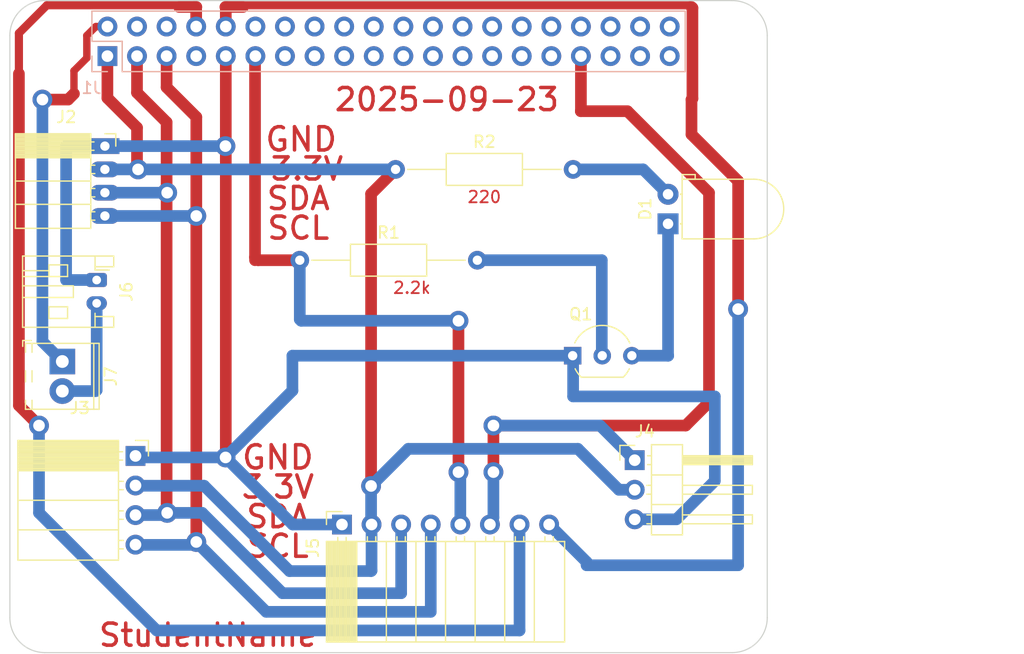
<source format=kicad_pcb>
(kicad_pcb (version 20240108) (generator "pcbnew") (generator_version "8.0")
  (title_block (date "2023-11-08"))
  (layers (0 "F.Cu" signal) (31 "B.Cu" signal) (34 "B.Paste" user) (35 "F.Paste" user) (36 "B.SilkS" user "B.Silkscreen") (37 "F.SilkS" user "F.Silkscreen") (38 "B.Mask" user) (39 "F.Mask" user) (44 "Edge.Cuts" user))
  (net 0 "")
  (net 1 "GND")
  (net 2 "/GPIO2{slash}SDA1")
  (net 3 "/GPIO3{slash}SCL1")
  (net 4 "/GPIO4{slash}GPCLK0")
  (net 5 "/GPIO14{slash}TXD0")
  (net 6 "/GPIO15{slash}RXD0")
  (net 7 "/GPIO17")
  (net 8 "/GPIO18{slash}PCM.CLK")
  (net 9 "/GPIO27")
  (net 10 "/GPIO22")
  (net 11 "/GPIO23")
  (net 12 "/GPIO24")
  (net 13 "/GPIO10{slash}SPI0.MOSI")
  (net 14 "/GPIO9{slash}SPI0.MISO")
  (net 15 "/GPIO25")
  (net 16 "/GPIO11{slash}SPI0.SCLK")
  (net 17 "/GPIO8{slash}SPI0.CE0")
  (net 18 "/GPIO7{slash}SPI0.CE1")
  (net 19 "/ID_SDA")
  (net 20 "/ID_SCL")
  (net 21 "/GPIO5")
  (net 22 "/GPIO6")
  (net 23 "/GPIO12{slash}PWM0")
  (net 24 "/GPIO13{slash}PWM1")
  (net 25 "/GPIO19{slash}PCM.FS")
  (net 26 "/GPIO16")
  (net 27 "/GPIO26")
  (net 28 "/GPIO20{slash}PCM.DIN")
  (net 29 "/GPIO21{slash}PCM.DOUT")
  (net 30 "+5V")
  (net 31 "+3V3")
  (net 32 "Net-(D1-K)")
  (net 33 "Net-(D1-A)")
  (net 34 "Net-(Q1-B)")
  (net 35 "/GND34")
  (net 36 "/GND30")
  (net 37 "/GND20")
  (net 38 "/GND14")
  (net 39 "/GND39")
  (net 40 "/GND25")
  (net 41 "/3.3V17")
  (net 42 "/GND6")
  (net 43 "/5V4")
  (net 44 "/NormallyOpen")
  (footprint "MountingHole:MountingHole_2.7mm_M2.5" (layer "F.Cu") (at 161.5 47.5)
    (property "Reference" "MH2" (hide yes))
    (property "Value" "MountingHole_2.7mm_M2.5" (hide yes))
    (pad "" np_thru_hole circle (at 0 0) (size 2.7 2.7) (drill 2.7) (layers "*.Cu" "*.Mask"))
  )
  (footprint "LED_THT:LED_D5.0mm_Horizontal_O1.27mm_Z3.0mm" (layer "F.Cu") (at 156.485 63.175 90)
    (property "Reference" "D1" (at 1.27 -1.96 90) (layer "F.SilkS"))
    (property "Value" "LED")
    (fp_line (start 2.54 1.08) (end 2.54 1.08) (stroke (width 0.12)) (layer "F.SilkS"))
    (fp_line (start 2.54 1.08) (end 2.54 1.21) (stroke (width 0.12)) (layer "F.SilkS"))
    (fp_line (start 0 1.08) (end 0 1.08) (stroke (width 0.12)) (layer "F.SilkS"))
    (fp_line (start 0 1.08) (end 0 1.21) (stroke (width 0.12)) (layer "F.SilkS"))
    (fp_line (start 4.23 1.21) (end 4.23 2.33) (stroke (width 0.12)) (layer "F.SilkS"))
    (fp_line (start 3.83 1.21) (end 4.23 1.21) (stroke (width 0.12)) (layer "F.SilkS"))
    (fp_line (start 3.83 1.21) (end 3.83 7.37) (stroke (width 0.12)) (layer "F.SilkS"))
    (fp_line (start 2.54 1.21) (end 2.54 1.08) (stroke (width 0.12)) (layer "F.SilkS"))
    (fp_line (start 2.54 1.21) (end 2.54 1.21) (stroke (width 0.12)) (layer "F.SilkS"))
    (fp_line (start 0 1.21) (end 0 1.08) (stroke (width 0.12)) (layer "F.SilkS"))
    (fp_line (start 0 1.21) (end 0 1.21) (stroke (width 0.12)) (layer "F.SilkS"))
    (fp_line (start -1.29 1.21) (end 3.83 1.21) (stroke (width 0.12)) (layer "F.SilkS"))
    (fp_line (start -1.29 1.21) (end -1.29 7.37) (stroke (width 0.12)) (layer "F.SilkS"))
    (fp_line (start 4.23 2.33) (end 3.83 2.33) (stroke (width 0.12)) (layer "F.SilkS"))
    (fp_line (start 3.83 2.33) (end 3.83 1.21) (stroke (width 0.12)) (layer "F.SilkS"))
    (fp_arc (start 3.83 7.37) (mid 1.27 9.93) (end -1.29 7.37) (stroke (width 0.12)) (layer "F.SilkS"))
    (pad "1" thru_hole rect (at 0 0 90) (size 1.8 1.8) (drill 0.9) (layers "*.Cu" "*.Mask") (net 32 "Net-(D1-K)"))
    (pad "2" thru_hole circle (at 2.54 0 90) (size 1.8 1.8) (drill 0.9) (layers "*.Cu" "*.Mask") (net 33 "Net-(D1-A)"))
  )
  (footprint "TerminalBlock_Phoenix:TerminalBlock_Phoenix_MPT-0,5-2-2.54_1x02_P2.54mm_Horizontal" (layer "F.Cu") (at 104.5 75 -90)
    (property "Reference" "J7" (at 1.27 -4.16 90) (layer "F.SilkS"))
    (property "Value" "Screw_Terminal_01x02")
    (fp_line (start -1.8 3.4) (end -1.3 3.4) (stroke (width 0.12)) (layer "F.SilkS"))
    (fp_line (start -1.56 3.16) (end -0.79 3.16) (stroke (width 0.12)) (layer "F.SilkS"))
    (fp_line (start 0.79 3.16) (end 1.75 3.16) (stroke (width 0.12)) (layer "F.SilkS"))
    (fp_line (start 3.33 3.16) (end 4.1 3.16) (stroke (width 0.12)) (layer "F.SilkS"))
    (fp_line (start -1.8 2.66) (end -1.8 3.4) (stroke (width 0.12)) (layer "F.SilkS"))
    (fp_line (start -1.56 2.6) (end -0.79 2.6) (stroke (width 0.12)) (layer "F.SilkS"))
    (fp_line (start 0.79 2.6) (end 1.75 2.6) (stroke (width 0.12)) (layer "F.SilkS"))
    (fp_line (start 3.33 2.6) (end 4.1 2.6) (stroke (width 0.12)) (layer "F.SilkS"))
    (fp_line (start -1.56 -2.7) (end 4.1 -2.7) (stroke (width 0.12)) (layer "F.SilkS"))
    (fp_line (start -1.56 -3.16) (end -1.56 3.16) (stroke (width 0.12)) (layer "F.SilkS"))
    (fp_line (start -1.56 -3.16) (end 4.1 -3.16) (stroke (width 0.12)) (layer "F.SilkS"))
    (fp_line (start 4.1 -3.16) (end 4.1 3.16) (stroke (width 0.12)) (layer "F.SilkS"))
    (pad "" np_thru_hole circle (at 0 2.54 270) (size 1.1 1.1) (drill 1.1) (layers "*.Cu" "*.Mask"))
    (pad "" np_thru_hole circle (at 2.54 2.54 270) (size 1.1 1.1) (drill 1.1) (layers "*.Cu" "*.Mask"))
    (pad "1" thru_hole rect (at 0 0 270) (size 2.2 2.2) (drill 1.1) (layers "*.Cu" "*.Mask") (net 30 "+5V"))
    (pad "2" thru_hole circle (at 2.54 0 270) (size 2.2 2.2) (drill 1.1) (layers "*.Cu" "*.Mask") (net 44 "/NormallyOpen"))
  )
  (footprint "Connector_PinHeader_2.54mm:PinHeader_1x03_P2.54mm_Horizontal" (layer "F.Cu") (at 153.625 83.475)
    (property "Reference" "J4" (at 0.875 -2.475 0) (layer "F.SilkS"))
    (property "Value" "Conn_01x03_Pin")
    (fp_line (start -1.27 -1.27) (end 0 -1.27) (stroke (width 0.12)) (layer "F.SilkS"))
    (fp_line (start -1.27 0) (end -1.27 -1.27) (stroke (width 0.12)) (layer "F.SilkS"))
    (fp_line (start 1.042929 2.16) (end 1.44 2.16) (stroke (width 0.12)) (layer "F.SilkS"))
    (fp_line (start 1.042929 2.92) (end 1.44 2.92) (stroke (width 0.12)) (layer "F.SilkS"))
    (fp_line (start 1.042929 4.7) (end 1.44 4.7) (stroke (width 0.12)) (layer "F.SilkS"))
    (fp_line (start 1.042929 5.46) (end 1.44 5.46) (stroke (width 0.12)) (layer "F.SilkS"))
    (fp_line (start 1.11 -0.38) (end 1.44 -0.38) (stroke (width 0.12)) (layer "F.SilkS"))
    (fp_line (start 1.11 0.38) (end 1.44 0.38) (stroke (width 0.12)) (layer "F.SilkS"))
    (fp_line (start 1.44 -1.33) (end 1.44 6.41) (stroke (width 0.12)) (layer "F.SilkS"))
    (fp_line (start 1.44 1.27) (end 4.1 1.27) (stroke (width 0.12)) (layer "F.SilkS"))
    (fp_line (start 1.44 3.81) (end 4.1 3.81) (stroke (width 0.12)) (layer "F.SilkS"))
    (fp_line (start 1.44 6.41) (end 4.1 6.41) (stroke (width 0.12)) (layer "F.SilkS"))
    (fp_line (start 4.1 -1.33) (end 1.44 -1.33) (stroke (width 0.12)) (layer "F.SilkS"))
    (fp_line (start 4.1 -0.38) (end 10.1 -0.38) (stroke (width 0.12)) (layer "F.SilkS"))
    (fp_line (start 4.1 -0.32) (end 10.1 -0.32) (stroke (width 0.12)) (layer "F.SilkS"))
    (fp_line (start 4.1 -0.2) (end 10.1 -0.2) (stroke (width 0.12)) (layer "F.SilkS"))
    (fp_line (start 4.1 -0.08) (end 10.1 -0.08) (stroke (width 0.12)) (layer "F.SilkS"))
    (fp_line (start 4.1 0.04) (end 10.1 0.04) (stroke (width 0.12)) (layer "F.SilkS"))
    (fp_line (start 4.1 0.16) (end 10.1 0.16) (stroke (width 0.12)) (layer "F.SilkS"))
    (fp_line (start 4.1 0.28) (end 10.1 0.28) (stroke (width 0.12)) (layer "F.SilkS"))
    (fp_line (start 4.1 2.16) (end 10.1 2.16) (stroke (width 0.12)) (layer "F.SilkS"))
    (fp_line (start 4.1 4.7) (end 10.1 4.7) (stroke (width 0.12)) (layer "F.SilkS"))
    (fp_line (start 4.1 6.41) (end 4.1 -1.33) (stroke (width 0.12)) (layer "F.SilkS"))
    (fp_line (start 10.1 -0.38) (end 10.1 0.38) (stroke (width 0.12)) (layer "F.SilkS"))
    (fp_line (start 10.1 0.38) (end 4.1 0.38) (stroke (width 0.12)) (layer "F.SilkS"))
    (fp_line (start 10.1 2.16) (end 10.1 2.92) (stroke (width 0.12)) (layer "F.SilkS"))
    (fp_line (start 10.1 2.92) (end 4.1 2.92) (stroke (width 0.12)) (layer "F.SilkS"))
    (fp_line (start 10.1 4.7) (end 10.1 5.46) (stroke (width 0.12)) (layer "F.SilkS"))
    (fp_line (start 10.1 5.46) (end 4.1 5.46) (stroke (width 0.12)) (layer "F.SilkS"))
    (pad "1" thru_hole rect (at 0 0) (size 1.7 1.7) (drill 1) (layers "*.Cu" "*.Mask") (net 24 "/GPIO13{slash}PWM1"))
    (pad "2" thru_hole oval (at 0 2.54) (size 1.7 1.7) (drill 1) (layers "*.Cu" "*.Mask") (net 31 "+3V3"))
    (pad "3" thru_hole oval (at 0 5.08) (size 1.7 1.7) (drill 1) (layers "*.Cu" "*.Mask") (net 1 "GND"))
  )
  (footprint "Connector_PinSocket_2.00mm:PinSocket_1x04_P2.00mm_Horizontal" (layer "F.Cu") (at 108.155 56.5)
    (property "Reference" "J2" (at -3.31 -2.5 0) (layer "F.SilkS"))
    (property "Value" "Qwiic Right Angle")
    (fp_line (start -7.68 -1.06) (end -7.68 7.06) (stroke (width 0.12)) (layer "F.SilkS"))
    (fp_line (start -7.68 -1.06) (end -1.21 -1.06) (stroke (width 0.12)) (layer "F.SilkS"))
    (fp_line (start -7.68 -0.94) (end -1.21 -0.94) (stroke (width 0.12)) (layer "F.SilkS"))
    (fp_line (start -7.68 -0.825882) (end -1.21 -0.825882) (stroke (width 0.12)) (layer "F.SilkS"))
    (fp_line (start -7.68 -0.711764) (end -1.21 -0.711764) (stroke (width 0.12)) (layer "F.SilkS"))
    (fp_line (start -7.68 -0.597646) (end -1.21 -0.597646) (stroke (width 0.12)) (layer "F.SilkS"))
    (fp_line (start -7.68 -0.483528) (end -1.21 -0.483528) (stroke (width 0.12)) (layer "F.SilkS"))
    (fp_line (start -7.68 -0.36941) (end -1.21 -0.36941) (stroke (width 0.12)) (layer "F.SilkS"))
    (fp_line (start -7.68 -0.255292) (end -1.21 -0.255292) (stroke (width 0.12)) (layer "F.SilkS"))
    (fp_line (start -7.68 -0.141174) (end -1.21 -0.141174) (stroke (width 0.12)) (layer "F.SilkS"))
    (fp_line (start -7.68 -0.027056) (end -1.21 -0.027056) (stroke (width 0.12)) (layer "F.SilkS"))
    (fp_line (start -7.68 0.087062) (end -1.21 0.087062) (stroke (width 0.12)) (layer "F.SilkS"))
    (fp_line (start -7.68 0.20118) (end -1.21 0.20118) (stroke (width 0.12)) (layer "F.SilkS"))
    (fp_line (start -7.68 0.315298) (end -1.21 0.315298) (stroke (width 0.12)) (layer "F.SilkS"))
    (fp_line (start -7.68 0.429416) (end -1.21 0.429416) (stroke (width 0.12)) (layer "F.SilkS"))
    (fp_line (start -7.68 0.543534) (end -1.21 0.543534) (stroke (width 0.12)) (layer "F.SilkS"))
    (fp_line (start -7.68 0.657652) (end -1.21 0.657652) (stroke (width 0.12)) (layer "F.SilkS"))
    (fp_line (start -7.68 0.77177) (end -1.21 0.77177) (stroke (width 0.12)) (layer "F.SilkS"))
    (fp_line (start -7.68 0.885888) (end -1.21 0.885888) (stroke (width 0.12)) (layer "F.SilkS"))
    (fp_line (start -7.68 1) (end -1.21 1) (stroke (width 0.12)) (layer "F.SilkS"))
    (fp_line (start -7.68 3) (end -1.21 3) (stroke (width 0.12)) (layer "F.SilkS"))
    (fp_line (start -7.68 5) (end -1.21 5) (stroke (width 0.12)) (layer "F.SilkS"))
    (fp_line (start -7.68 7.06) (end -1.21 7.06) (stroke (width 0.12)) (layer "F.SilkS"))
    (fp_line (start -1.21 -1.06) (end -1.21 7.06) (stroke (width 0.12)) (layer "F.SilkS"))
    (fp_line (start -1.21 -0.36) (end -0.935 -0.36) (stroke (width 0.12)) (layer "F.SilkS"))
    (fp_line (start -1.21 0.36) (end -0.935 0.36) (stroke (width 0.12)) (layer "F.SilkS"))
    (fp_line (start -1.21 1.64) (end -0.862917 1.64) (stroke (width 0.12)) (layer "F.SilkS"))
    (fp_line (start -1.21 2.36) (end -0.862917 2.36) (stroke (width 0.12)) (layer "F.SilkS"))
    (fp_line (start -1.21 3.64) (end -0.862917 3.64) (stroke (width 0.12)) (layer "F.SilkS"))
    (fp_line (start -1.21 4.36) (end -0.862917 4.36) (stroke (width 0.12)) (layer "F.SilkS"))
    (fp_line (start -1.21 5.64) (end -0.862917 5.64) (stroke (width 0.12)) (layer "F.SilkS"))
    (fp_line (start -1.21 6.36) (end -0.862917 6.36) (stroke (width 0.12)) (layer "F.SilkS"))
    (fp_line (start 0 -1.06) (end 0.935 -1.06) (stroke (width 0.12)) (layer "F.SilkS"))
    (fp_line (start 0.935 -1.06) (end 0.935 0) (stroke (width 0.12)) (layer "F.SilkS"))
    (pad "1" thru_hole rect (at 0 0) (size 2.5 1.35) (drill 0.8) (layers "*.Cu" "*.Mask") (net 1 "GND"))
    (pad "2" thru_hole oval (at 0 2) (size 2.5 1.35) (drill 0.8) (layers "*.Cu" "*.Mask") (net 31 "+3V3"))
    (pad "3" thru_hole oval (at 0 4) (size 2.5 1.35) (drill 0.8) (layers "*.Cu" "*.Mask") (net 2 "/GPIO2{slash}SDA1"))
    (pad "4" thru_hole oval (at 0 6) (size 2.5 1.35) (drill 0.8) (layers "*.Cu" "*.Mask") (net 3 "/GPIO3{slash}SCL1"))
  )
  (footprint "Connector_PinSocket_2.54mm:PinSocket_1x08_P2.54mm_Horizontal" (layer "F.Cu") (at 128.5 89 90)
    (property "Reference" "J5" (at -2 -2.5 90) (layer "F.SilkS"))
    (property "Value" "Conn_01x08_Socket")
    (fp_line (start 1.11 -1.33) (end 1.11 0) (stroke (width 0.12)) (layer "F.SilkS"))
    (fp_line (start 0 -1.33) (end 1.11 -1.33) (stroke (width 0.12)) (layer "F.SilkS"))
    (fp_line (start -1.46 -1.33) (end -1.46 19.11) (stroke (width 0.12)) (layer "F.SilkS"))
    (fp_line (start -10.09 -1.33) (end -1.46 -1.33) (stroke (width 0.12)) (layer "F.SilkS"))
    (fp_line (start -10.09 -1.33) (end -10.09 19.11) (stroke (width 0.12)) (layer "F.SilkS"))
    (fp_line (start -10.09 -1.21) (end -1.46 -1.21) (stroke (width 0.12)) (layer "F.SilkS"))
    (fp_line (start -10.09 -1.091905) (end -1.46 -1.091905) (stroke (width 0.12)) (layer "F.SilkS"))
    (fp_line (start -10.09 -0.97381) (end -1.46 -0.97381) (stroke (width 0.12)) (layer "F.SilkS"))
    (fp_line (start -10.09 -0.855715) (end -1.46 -0.855715) (stroke (width 0.12)) (layer "F.SilkS"))
    (fp_line (start -10.09 -0.73762) (end -1.46 -0.73762) (stroke (width 0.12)) (layer "F.SilkS"))
    (fp_line (start -10.09 -0.619525) (end -1.46 -0.619525) (stroke (width 0.12)) (layer "F.SilkS"))
    (fp_line (start -10.09 -0.50143) (end -1.46 -0.50143) (stroke (width 0.12)) (layer "F.SilkS"))
    (fp_line (start -10.09 -0.383335) (end -1.46 -0.383335) (stroke (width 0.12)) (layer "F.SilkS"))
    (fp_line (start -1.46 -0.36) (end -1.11 -0.36) (stroke (width 0.12)) (layer "F.SilkS"))
    (fp_line (start -10.09 -0.26524) (end -1.46 -0.26524) (stroke (width 0.12)) (layer "F.SilkS"))
    (fp_line (start -10.09 -0.147145) (end -1.46 -0.147145) (stroke (width 0.12)) (layer "F.SilkS"))
    (fp_line (start -10.09 -0.02905) (end -1.46 -0.02905) (stroke (width 0.12)) (layer "F.SilkS"))
    (fp_line (start -10.09 0.089045) (end -1.46 0.089045) (stroke (width 0.12)) (layer "F.SilkS"))
    (fp_line (start -10.09 0.20714) (end -1.46 0.20714) (stroke (width 0.12)) (layer "F.SilkS"))
    (fp_line (start -10.09 0.325235) (end -1.46 0.325235) (stroke (width 0.12)) (layer "F.SilkS"))
    (fp_line (start -1.46 0.36) (end -1.11 0.36) (stroke (width 0.12)) (layer "F.SilkS"))
    (fp_line (start -10.09 0.44333) (end -1.46 0.44333) (stroke (width 0.12)) (layer "F.SilkS"))
    (fp_line (start -10.09 0.561425) (end -1.46 0.561425) (stroke (width 0.12)) (layer "F.SilkS"))
    (fp_line (start -10.09 0.67952) (end -1.46 0.67952) (stroke (width 0.12)) (layer "F.SilkS"))
    (fp_line (start -10.09 0.797615) (end -1.46 0.797615) (stroke (width 0.12)) (layer "F.SilkS"))
    (fp_line (start -10.09 0.91571) (end -1.46 0.91571) (stroke (width 0.12)) (layer "F.SilkS"))
    (fp_line (start -10.09 1.033805) (end -1.46 1.033805) (stroke (width 0.12)) (layer "F.SilkS"))
    (fp_line (start -10.09 1.1519) (end -1.46 1.1519) (stroke (width 0.12)) (layer "F.SilkS"))
    (fp_line (start -10.09 1.27) (end -1.46 1.27) (stroke (width 0.12)) (layer "F.SilkS"))
    (fp_line (start -1.46 2.18) (end -1.05 2.18) (stroke (width 0.12)) (layer "F.SilkS"))
    (fp_line (start -1.46 2.9) (end -1.05 2.9) (stroke (width 0.12)) (layer "F.SilkS"))
    (fp_line (start -10.09 3.81) (end -1.46 3.81) (stroke (width 0.12)) (layer "F.SilkS"))
    (fp_line (start -1.46 4.72) (end -1.05 4.72) (stroke (width 0.12)) (layer "F.SilkS"))
    (fp_line (start -1.46 5.44) (end -1.05 5.44) (stroke (width 0.12)) (layer "F.SilkS"))
    (fp_line (start -10.09 6.35) (end -1.46 6.35) (stroke (width 0.12)) (layer "F.SilkS"))
    (fp_line (start -1.46 7.26) (end -1.05 7.26) (stroke (width 0.12)) (layer "F.SilkS"))
    (fp_line (start -1.46 7.98) (end -1.05 7.98) (stroke (width 0.12)) (layer "F.SilkS"))
    (fp_line (start -10.09 8.89) (end -1.46 8.89) (stroke (width 0.12)) (layer "F.SilkS"))
    (fp_line (start -1.46 9.8) (end -1.05 9.8) (stroke (width 0.12)) (layer "F.SilkS"))
    (fp_line (start -1.46 10.52) (end -1.05 10.52) (stroke (width 0.12)) (layer "F.SilkS"))
    (fp_line (start -10.09 11.43) (end -1.46 11.43) (stroke (width 0.12)) (layer "F.SilkS"))
    (fp_line (start -1.46 12.34) (end -1.05 12.34) (stroke (width 0.12)) (layer "F.SilkS"))
    (fp_line (start -1.46 13.06) (end -1.05 13.06) (stroke (width 0.12)) (layer "F.SilkS"))
    (fp_line (start -10.09 13.97) (end -1.46 13.97) (stroke (width 0.12)) (layer "F.SilkS"))
    (fp_line (start -1.46 14.88) (end -1.05 14.88) (stroke (width 0.12)) (layer "F.SilkS"))
    (fp_line (start -1.46 15.6) (end -1.05 15.6) (stroke (width 0.12)) (layer "F.SilkS"))
    (fp_line (start -10.09 16.51) (end -1.46 16.51) (stroke (width 0.12)) (layer "F.SilkS"))
    (fp_line (start -1.46 17.42) (end -1.05 17.42) (stroke (width 0.12)) (layer "F.SilkS"))
    (fp_line (start -1.46 18.14) (end -1.05 18.14) (stroke (width 0.12)) (layer "F.SilkS"))
    (fp_line (start -10.09 19.11) (end -1.46 19.11) (stroke (width 0.12)) (layer "F.SilkS"))
    (pad "1" thru_hole rect (at 0 0 90) (size 1.7 1.7) (drill 1) (layers "*.Cu" "*.Mask") (net 1 "GND"))
    (pad "2" thru_hole oval (at 0 2.54 90) (size 1.7 1.7) (drill 1) (layers "*.Cu" "*.Mask") (net 31 "+3V3"))
    (pad "3" thru_hole oval (at 0 5.08 90) (size 1.7 1.7) (drill 1) (layers "*.Cu" "*.Mask") (net 2 "/GPIO2{slash}SDA1"))
    (pad "4" thru_hole oval (at 0 7.62 90) (size 1.7 1.7) (drill 1) (layers "*.Cu" "*.Mask") (net 3 "/GPIO3{slash}SCL1"))
    (pad "5" thru_hole oval (at 0 10.16 90) (size 1.7 1.7) (drill 1) (layers "*.Cu" "*.Mask") (net 7 "/GPIO17"))
    (pad "6" thru_hole oval (at 0 12.7 90) (size 1.7 1.7) (drill 1) (layers "*.Cu" "*.Mask") (net 24 "/GPIO13{slash}PWM1"))
    (pad "7" thru_hole oval (at 0 15.24 90) (size 1.7 1.7) (drill 1) (layers "*.Cu" "*.Mask") (net 5 "/GPIO14{slash}TXD0"))
    (pad "8" thru_hole oval (at 0 17.78 90) (size 1.7 1.7) (drill 1) (layers "*.Cu" "*.Mask") (net 6 "/GPIO15{slash}RXD0"))
  )
  (footprint "Resistor_THT:R_Axial_DIN0207_L6.3mm_D2.5mm_P15.24mm_Horizontal" (layer "F.Cu") (at 124.88 66.3)
    (property "Reference" "R1" (at 7.62 -2.37 0) (layer "F.SilkS"))
    (property "Value" "2.2k" (at 9.62 2.37 0) (layer "F.Cu"))
    (fp_line (start 1.04 0) (end 4.35 0) (stroke (width 0.12)) (layer "F.SilkS"))
    (fp_line (start 4.35 -1.37) (end 4.35 1.37) (stroke (width 0.12)) (layer "F.SilkS"))
    (fp_line (start 4.35 1.37) (end 10.89 1.37) (stroke (width 0.12)) (layer "F.SilkS"))
    (fp_line (start 10.89 -1.37) (end 4.35 -1.37) (stroke (width 0.12)) (layer "F.SilkS"))
    (fp_line (start 10.89 1.37) (end 10.89 -1.37) (stroke (width 0.12)) (layer "F.SilkS"))
    (fp_line (start 14.2 0) (end 10.89 0) (stroke (width 0.12)) (layer "F.SilkS"))
    (pad "1" thru_hole circle (at 0 0) (size 1.6 1.6) (drill 0.8) (layers "*.Cu" "*.Mask") (net 7 "/GPIO17"))
    (pad "2" thru_hole oval (at 15.24 0) (size 1.6 1.6) (drill 0.8) (layers "*.Cu" "*.Mask") (net 34 "Net-(Q1-B)"))
  )
  (footprint "Package_TO_SOT_THT:TO-92_Inline_Wide" (layer "F.Cu") (at 148.3 74.5)
    (property "Reference" "Q1" (at 0.7 -3.56 0) (layer "F.SilkS"))
    (property "Value" "2N4124")
    (fp_line (start 0.74 1.85) (end 4.34 1.85) (stroke (width 0.12)) (layer "F.SilkS"))
    (fp_arc (start 0.1836 -1.098807) (mid 1.143021 -2.192817) (end 2.54 -2.6) (stroke (width 0.12)) (layer "F.SilkS"))
    (fp_arc (start 0.74 1.85) (mid 0.446097 1.509328) (end 0.215816 1.122795) (stroke (width 0.12)) (layer "F.SilkS"))
    (fp_arc (start 2.54 -2.6) (mid 3.936979 -2.192818) (end 4.8964 -1.098807) (stroke (width 0.12)) (layer "F.SilkS"))
    (fp_arc (start 4.864184 1.122795) (mid 4.633903 1.509328) (end 4.34 1.85) (stroke (width 0.12)) (layer "F.SilkS"))
    (pad "1" thru_hole rect (at 0 0) (size 1.5 1.5) (drill 0.8) (layers "*.Cu" "*.Mask") (net 1 "GND"))
    (pad "2" thru_hole circle (at 2.54 0) (size 1.5 1.5) (drill 0.8) (layers "*.Cu" "*.Mask") (net 34 "Net-(Q1-B)"))
    (pad "3" thru_hole circle (at 5.08 0) (size 1.5 1.5) (drill 0.8) (layers "*.Cu" "*.Mask") (net 32 "Net-(D1-K)"))
  )
  (footprint "MountingHole:MountingHole_2.7mm_M2.5" (layer "F.Cu") (at 103.5 96.5)
    (property "Reference" "MH3" (hide yes))
    (property "Value" "MountingHole_2.7mm_M2.5" (hide yes))
    (pad "" np_thru_hole circle (at 0 0) (size 2.7 2.7) (drill 2.7) (layers "*.Cu" "*.Mask"))
  )
  (footprint "MountingHole:MountingHole_2.7mm_M2.5" (layer "F.Cu") (at 103.5 47.5)
    (property "Reference" "MH1" (hide yes))
    (property "Value" "MountingHole_2.7mm_M2.5" (hide yes))
    (pad "" np_thru_hole circle (at 0 0) (size 2.7 2.7) (drill 2.7) (layers "*.Cu" "*.Mask"))
  )
  (footprint "Resistor_THT:R_Axial_DIN0207_L6.3mm_D2.5mm_P15.24mm_Horizontal" (layer "F.Cu") (at 133.1 58.5)
    (property "Reference" "R2" (at 7.62 -2.37 0) (layer "F.SilkS"))
    (property "Value" "220" (at 7.62 2.37 0) (layer "F.Cu"))
    (fp_line (start 1.04 0) (end 4.35 0) (stroke (width 0.12)) (layer "F.SilkS"))
    (fp_line (start 4.35 -1.37) (end 4.35 1.37) (stroke (width 0.12)) (layer "F.SilkS"))
    (fp_line (start 4.35 1.37) (end 10.89 1.37) (stroke (width 0.12)) (layer "F.SilkS"))
    (fp_line (start 10.89 -1.37) (end 4.35 -1.37) (stroke (width 0.12)) (layer "F.SilkS"))
    (fp_line (start 10.89 1.37) (end 10.89 -1.37) (stroke (width 0.12)) (layer "F.SilkS"))
    (fp_line (start 14.2 0) (end 10.89 0) (stroke (width 0.12)) (layer "F.SilkS"))
    (pad "1" thru_hole circle (at 0 0) (size 1.6 1.6) (drill 0.8) (layers "*.Cu" "*.Mask") (net 31 "+3V3"))
    (pad "2" thru_hole oval (at 15.24 0) (size 1.6 1.6) (drill 0.8) (layers "*.Cu" "*.Mask") (net 33 "Net-(D1-A)"))
  )
  (footprint "Connector_JST:JST_PH_S2B-PH-K_1x02_P2.00mm_Horizontal" (layer "F.Cu") (at 107.45 68 -90)
    (property "Reference" "J6" (at 1 -2.55 90) (layer "F.SilkS"))
    (property "Value" "Conn_01x02_Pin")
    (fp_line (start -2.06 6.36) (end 4.06 6.36) (stroke (width 0.12)) (layer "F.SilkS"))
    (fp_line (start 0.5 6.36) (end 0.5 2) (stroke (width 0.12)) (layer "F.SilkS"))
    (fp_line (start 4.06 6.36) (end 4.06 -1.46) (stroke (width 0.12)) (layer "F.SilkS"))
    (fp_line (start -1.3 4.1) (end -0.3 4.1) (stroke (width 0.12)) (layer "F.SilkS"))
    (fp_line (start -0.8 4.1) (end -0.8 6.36) (stroke (width 0.12)) (layer "F.SilkS"))
    (fp_line (start -0.3 4.1) (end -0.3 6.36) (stroke (width 0.12)) (layer "F.SilkS"))
    (fp_line (start -0.3 4.1) (end -0.3 2.5) (stroke (width 0.12)) (layer "F.SilkS"))
    (fp_line (start 2.3 4.1) (end 2.3 2.5) (stroke (width 0.12)) (layer "F.SilkS"))
    (fp_line (start 3.3 4.1) (end 2.3 4.1) (stroke (width 0.12)) (layer "F.SilkS"))
    (fp_line (start -1.3 2.5) (end -1.3 4.1) (stroke (width 0.12)) (layer "F.SilkS"))
    (fp_line (start -0.3 2.5) (end -1.3 2.5) (stroke (width 0.12)) (layer "F.SilkS"))
    (fp_line (start 2.3 2.5) (end 3.3 2.5) (stroke (width 0.12)) (layer "F.SilkS"))
    (fp_line (start 3.3 2.5) (end 3.3 4.1) (stroke (width 0.12)) (layer "F.SilkS"))
    (fp_line (start 0.5 2) (end 1.5 2) (stroke (width 0.12)) (layer "F.SilkS"))
    (fp_line (start 1.5 2) (end 1.5 6.36) (stroke (width 0.12)) (layer "F.SilkS"))
    (fp_line (start -2.06 0.14) (end -1.14 0.14) (stroke (width 0.12)) (layer "F.SilkS"))
    (fp_line (start -1.14 0.14) (end -1.14 -1.46) (stroke (width 0.12)) (layer "F.SilkS"))
    (fp_line (start -0.86 0.14) (end -1.14 0.14) (stroke (width 0.12)) (layer "F.SilkS"))
    (fp_line (start -0.86 0.14) (end -0.86 -1.075) (stroke (width 0.12)) (layer "F.SilkS"))
    (fp_line (start 3.14 0.14) (end 2.86 0.14) (stroke (width 0.12)) (layer "F.SilkS"))
    (fp_line (start 4.06 0.14) (end 3.14 0.14) (stroke (width 0.12)) (layer "F.SilkS"))
    (fp_line (start -2.06 -1.46) (end -2.06 6.36) (stroke (width 0.12)) (layer "F.SilkS"))
    (fp_line (start -1.14 -1.46) (end -2.06 -1.46) (stroke (width 0.12)) (layer "F.SilkS"))
    (fp_line (start 3.14 -1.46) (end 3.14 0.14) (stroke (width 0.12)) (layer "F.SilkS"))
    (fp_line (start 4.06 -1.46) (end 3.14 -1.46) (stroke (width 0.12)) (layer "F.SilkS"))
    (pad "1" thru_hole roundrect (at 0 0 270) (size 1.2 1.75) (drill 0.75) (layers "*.Cu" "*.Mask") (roundrect_rratio 0.208333) (net 1 "GND"))
    (pad "2" thru_hole oval (at 2 0 270) (size 1.2 1.75) (drill 0.75) (layers "*.Cu" "*.Mask") (net 44 "/NormallyOpen"))
  )
  (footprint "MountingHole:MountingHole_2.7mm_M2.5" (layer "F.Cu") (at 161.5 96.5)
    (property "Reference" "MH4" (hide yes))
    (property "Value" "MountingHole_2.7mm_M2.5" (hide yes))
    (pad "" np_thru_hole circle (at 0 0) (size 2.7 2.7) (drill 2.7) (layers "*.Cu" "*.Mask"))
  )
  (footprint "Connector_PinSocket_2.54mm:PinSocket_1x04_P2.54mm_Horizontal" (layer "F.Cu") (at 110.78 83.11)
    (property "Reference" "J3" (at -4.78 -4.11 0) (layer "F.SilkS"))
    (property "Value" "Conn_01x04_Female")
    (fp_line (start -10.09 -1.33) (end -10.09 8.95) (stroke (width 0.12)) (layer "F.SilkS"))
    (fp_line (start -10.09 -1.33) (end -1.46 -1.33) (stroke (width 0.12)) (layer "F.SilkS"))
    (fp_line (start -10.09 -1.21) (end -1.46 -1.21) (stroke (width 0.12)) (layer "F.SilkS"))
    (fp_line (start -10.09 -1.091905) (end -1.46 -1.091905) (stroke (width 0.12)) (layer "F.SilkS"))
    (fp_line (start -10.09 -0.97381) (end -1.46 -0.97381) (stroke (width 0.12)) (layer "F.SilkS"))
    (fp_line (start -10.09 -0.855715) (end -1.46 -0.855715) (stroke (width 0.12)) (layer "F.SilkS"))
    (fp_line (start -10.09 -0.73762) (end -1.46 -0.73762) (stroke (width 0.12)) (layer "F.SilkS"))
    (fp_line (start -10.09 -0.619525) (end -1.46 -0.619525) (stroke (width 0.12)) (layer "F.SilkS"))
    (fp_line (start -10.09 -0.50143) (end -1.46 -0.50143) (stroke (width 0.12)) (layer "F.SilkS"))
    (fp_line (start -10.09 -0.383335) (end -1.46 -0.383335) (stroke (width 0.12)) (layer "F.SilkS"))
    (fp_line (start -10.09 -0.26524) (end -1.46 -0.26524) (stroke (width 0.12)) (layer "F.SilkS"))
    (fp_line (start -10.09 -0.147145) (end -1.46 -0.147145) (stroke (width 0.12)) (layer "F.SilkS"))
    (fp_line (start -10.09 -0.02905) (end -1.46 -0.02905) (stroke (width 0.12)) (layer "F.SilkS"))
    (fp_line (start -10.09 0.089045) (end -1.46 0.089045) (stroke (width 0.12)) (layer "F.SilkS"))
    (fp_line (start -10.09 0.20714) (end -1.46 0.20714) (stroke (width 0.12)) (layer "F.SilkS"))
    (fp_line (start -10.09 0.325235) (end -1.46 0.325235) (stroke (width 0.12)) (layer "F.SilkS"))
    (fp_line (start -10.09 0.44333) (end -1.46 0.44333) (stroke (width 0.12)) (layer "F.SilkS"))
    (fp_line (start -10.09 0.561425) (end -1.46 0.561425) (stroke (width 0.12)) (layer "F.SilkS"))
    (fp_line (start -10.09 0.67952) (end -1.46 0.67952) (stroke (width 0.12)) (layer "F.SilkS"))
    (fp_line (start -10.09 0.797615) (end -1.46 0.797615) (stroke (width 0.12)) (layer "F.SilkS"))
    (fp_line (start -10.09 0.91571) (end -1.46 0.91571) (stroke (width 0.12)) (layer "F.SilkS"))
    (fp_line (start -10.09 1.033805) (end -1.46 1.033805) (stroke (width 0.12)) (layer "F.SilkS"))
    (fp_line (start -10.09 1.1519) (end -1.46 1.1519) (stroke (width 0.12)) (layer "F.SilkS"))
    (fp_line (start -10.09 1.27) (end -1.46 1.27) (stroke (width 0.12)) (layer "F.SilkS"))
    (fp_line (start -10.09 3.81) (end -1.46 3.81) (stroke (width 0.12)) (layer "F.SilkS"))
    (fp_line (start -10.09 6.35) (end -1.46 6.35) (stroke (width 0.12)) (layer "F.SilkS"))
    (fp_line (start -10.09 8.95) (end -1.46 8.95) (stroke (width 0.12)) (layer "F.SilkS"))
    (fp_line (start -1.46 -1.33) (end -1.46 8.95) (stroke (width 0.12)) (layer "F.SilkS"))
    (fp_line (start -1.46 -0.36) (end -1.11 -0.36) (stroke (width 0.12)) (layer "F.SilkS"))
    (fp_line (start -1.46 0.36) (end -1.11 0.36) (stroke (width 0.12)) (layer "F.SilkS"))
    (fp_line (start -1.46 2.18) (end -1.05 2.18) (stroke (width 0.12)) (layer "F.SilkS"))
    (fp_line (start -1.46 2.9) (end -1.05 2.9) (stroke (width 0.12)) (layer "F.SilkS"))
    (fp_line (start -1.46 4.72) (end -1.05 4.72) (stroke (width 0.12)) (layer "F.SilkS"))
    (fp_line (start -1.46 5.44) (end -1.05 5.44) (stroke (width 0.12)) (layer "F.SilkS"))
    (fp_line (start -1.46 7.26) (end -1.05 7.26) (stroke (width 0.12)) (layer "F.SilkS"))
    (fp_line (start -1.46 7.98) (end -1.05 7.98) (stroke (width 0.12)) (layer "F.SilkS"))
    (fp_line (start 0 -1.33) (end 1.11 -1.33) (stroke (width 0.12)) (layer "F.SilkS"))
    (fp_line (start 1.11 -1.33) (end 1.11 0) (stroke (width 0.12)) (layer "F.SilkS"))
    (pad "1" thru_hole rect (at 0 0) (size 1.7 1.7) (drill 1) (layers "*.Cu" "*.Mask") (net 1 "GND"))
    (pad "2" thru_hole oval (at 0 2.54) (size 1.7 1.7) (drill 1) (layers "*.Cu" "*.Mask") (net 31 "+3V3"))
    (pad "3" thru_hole oval (at 0 5.08) (size 1.7 1.7) (drill 1) (layers "*.Cu" "*.Mask") (net 2 "/GPIO2{slash}SDA1"))
    (pad "4" thru_hole oval (at 0 7.62) (size 1.7 1.7) (drill 1) (layers "*.Cu" "*.Mask") (net 3 "/GPIO3{slash}SCL1"))
  )
  (footprint "Connector_PinSocket_2.54mm:PinSocket_2x20_P2.54mm_Vertical" (layer "B.Cu") (at 108.37 48.77 -90)
    (property "Reference" "J1" (at 2.73 1.37 0) (layer "B.SilkS") (effects (justify mirror)))
    (property "Value" "GPIO")
    (fp_line (start -3.87 1.33) (end -1.27 1.33) (stroke (width 0.12)) (layer "B.SilkS"))
    (fp_line (start -3.87 1.33) (end -3.87 -49.59) (stroke (width 0.12)) (layer "B.SilkS"))
    (fp_line (start -1.27 1.33) (end -1.27 -1.27) (stroke (width 0.12)) (layer "B.SilkS"))
    (fp_line (start 0 1.33) (end 1.33 1.33) (stroke (width 0.12)) (layer "B.SilkS"))
    (fp_line (start 1.33 1.33) (end 1.33 0) (stroke (width 0.12)) (layer "B.SilkS"))
    (fp_line (start -1.27 -1.27) (end 1.33 -1.27) (stroke (width 0.12)) (layer "B.SilkS"))
    (fp_line (start 1.33 -1.27) (end 1.33 -49.59) (stroke (width 0.12)) (layer "B.SilkS"))
    (fp_line (start -3.87 -49.59) (end 1.33 -49.59) (stroke (width 0.12)) (layer "B.SilkS"))
    (pad "1" thru_hole rect (at 0 0 270) (size 1.7 1.7) (drill 1) (layers "*.Cu" "*.Mask") (net 31 "+3V3"))
    (pad "2" thru_hole oval (at -2.54 0 270) (size 1.7 1.7) (drill 1) (layers "*.Cu" "*.Mask") (net 30 "+5V"))
    (pad "3" thru_hole oval (at 0 -2.54 270) (size 1.7 1.7) (drill 1) (layers "*.Cu" "*.Mask") (net 2 "/GPIO2{slash}SDA1"))
    (pad "4" thru_hole oval (at -2.54 -2.54 270) (size 1.7 1.7) (drill 1) (layers "*.Cu" "*.Mask") (net 43 "/5V4"))
    (pad "5" thru_hole oval (at 0 -5.08 270) (size 1.7 1.7) (drill 1) (layers "*.Cu" "*.Mask") (net 3 "/GPIO3{slash}SCL1"))
    (pad "6" thru_hole oval (at -2.54 -5.08 270) (size 1.7 1.7) (drill 1) (layers "*.Cu" "*.Mask") (net 42 "/GND6"))
    (pad "7" thru_hole oval (at 0 -7.62 270) (size 1.7 1.7) (drill 1) (layers "*.Cu" "*.Mask") (net 4 "/GPIO4{slash}GPCLK0"))
    (pad "8" thru_hole oval (at -2.54 -7.62 270) (size 1.7 1.7) (drill 1) (layers "*.Cu" "*.Mask") (net 5 "/GPIO14{slash}TXD0"))
    (pad "9" thru_hole oval (at 0 -10.16 270) (size 1.7 1.7) (drill 1) (layers "*.Cu" "*.Mask") (net 1 "GND"))
    (pad "10" thru_hole oval (at -2.54 -10.16 270) (size 1.7 1.7) (drill 1) (layers "*.Cu" "*.Mask") (net 6 "/GPIO15{slash}RXD0"))
    (pad "11" thru_hole oval (at 0 -12.7 270) (size 1.7 1.7) (drill 1) (layers "*.Cu" "*.Mask") (net 7 "/GPIO17"))
    (pad "12" thru_hole oval (at -2.54 -12.7 270) (size 1.7 1.7) (drill 1) (layers "*.Cu" "*.Mask") (net 8 "/GPIO18{slash}PCM.CLK"))
    (pad "13" thru_hole oval (at 0 -15.24 270) (size 1.7 1.7) (drill 1) (layers "*.Cu" "*.Mask") (net 9 "/GPIO27"))
    (pad "14" thru_hole oval (at -2.54 -15.24 270) (size 1.7 1.7) (drill 1) (layers "*.Cu" "*.Mask") (net 38 "/GND14"))
    (pad "15" thru_hole oval (at 0 -17.78 270) (size 1.7 1.7) (drill 1) (layers "*.Cu" "*.Mask") (net 10 "/GPIO22"))
    (pad "16" thru_hole oval (at -2.54 -17.78 270) (size 1.7 1.7) (drill 1) (layers "*.Cu" "*.Mask") (net 11 "/GPIO23"))
    (pad "17" thru_hole oval (at 0 -20.32 270) (size 1.7 1.7) (drill 1) (layers "*.Cu" "*.Mask") (net 41 "/3.3V17"))
    (pad "18" thru_hole oval (at -2.54 -20.32 270) (size 1.7 1.7) (drill 1) (layers "*.Cu" "*.Mask") (net 12 "/GPIO24"))
    (pad "19" thru_hole oval (at 0 -22.86 270) (size 1.7 1.7) (drill 1) (layers "*.Cu" "*.Mask") (net 13 "/GPIO10{slash}SPI0.MOSI"))
    (pad "20" thru_hole oval (at -2.54 -22.86 270) (size 1.7 1.7) (drill 1) (layers "*.Cu" "*.Mask") (net 37 "/GND20"))
    (pad "21" thru_hole oval (at 0 -25.4 270) (size 1.7 1.7) (drill 1) (layers "*.Cu" "*.Mask") (net 14 "/GPIO9{slash}SPI0.MISO"))
    (pad "22" thru_hole oval (at -2.54 -25.4 270) (size 1.7 1.7) (drill 1) (layers "*.Cu" "*.Mask") (net 15 "/GPIO25"))
    (pad "23" thru_hole oval (at 0 -27.94 270) (size 1.7 1.7) (drill 1) (layers "*.Cu" "*.Mask") (net 16 "/GPIO11{slash}SPI0.SCLK"))
    (pad "24" thru_hole oval (at -2.54 -27.94 270) (size 1.7 1.7) (drill 1) (layers "*.Cu" "*.Mask") (net 17 "/GPIO8{slash}SPI0.CE0"))
    (pad "25" thru_hole oval (at 0 -30.48 270) (size 1.7 1.7) (drill 1) (layers "*.Cu" "*.Mask") (net 40 "/GND25"))
    (pad "26" thru_hole oval (at -2.54 -30.48 270) (size 1.7 1.7) (drill 1) (layers "*.Cu" "*.Mask") (net 18 "/GPIO7{slash}SPI0.CE1"))
    (pad "27" thru_hole oval (at 0 -33.02 270) (size 1.7 1.7) (drill 1) (layers "*.Cu" "*.Mask") (net 19 "/ID_SDA"))
    (pad "28" thru_hole oval (at -2.54 -33.02 270) (size 1.7 1.7) (drill 1) (layers "*.Cu" "*.Mask") (net 20 "/ID_SCL"))
    (pad "29" thru_hole oval (at 0 -35.56 270) (size 1.7 1.7) (drill 1) (layers "*.Cu" "*.Mask") (net 21 "/GPIO5"))
    (pad "30" thru_hole oval (at -2.54 -35.56 270) (size 1.7 1.7) (drill 1) (layers "*.Cu" "*.Mask") (net 36 "/GND30"))
    (pad "31" thru_hole oval (at 0 -38.1 270) (size 1.7 1.7) (drill 1) (layers "*.Cu" "*.Mask") (net 22 "/GPIO6"))
    (pad "32" thru_hole oval (at -2.54 -38.1 270) (size 1.7 1.7) (drill 1) (layers "*.Cu" "*.Mask") (net 23 "/GPIO12{slash}PWM0"))
    (pad "33" thru_hole oval (at 0 -40.64 270) (size 1.7 1.7) (drill 1) (layers "*.Cu" "*.Mask") (net 24 "/GPIO13{slash}PWM1"))
    (pad "34" thru_hole oval (at -2.54 -40.64 270) (size 1.7 1.7) (drill 1) (layers "*.Cu" "*.Mask") (net 35 "/GND34"))
    (pad "35" thru_hole oval (at 0 -43.18 270) (size 1.7 1.7) (drill 1) (layers "*.Cu" "*.Mask") (net 25 "/GPIO19{slash}PCM.FS"))
    (pad "36" thru_hole oval (at -2.54 -43.18 270) (size 1.7 1.7) (drill 1) (layers "*.Cu" "*.Mask") (net 26 "/GPIO16"))
    (pad "37" thru_hole oval (at 0 -45.72 270) (size 1.7 1.7) (drill 1) (layers "*.Cu" "*.Mask") (net 27 "/GPIO26"))
    (pad "38" thru_hole oval (at -2.54 -45.72 270) (size 1.7 1.7) (drill 1) (layers "*.Cu" "*.Mask") (net 28 "/GPIO20{slash}PCM.DIN"))
    (pad "39" thru_hole oval (at 0 -48.26 270) (size 1.7 1.7) (drill 1) (layers "*.Cu" "*.Mask") (net 39 "/GND39"))
    (pad "40" thru_hole oval (at -2.54 -48.26 270) (size 1.7 1.7) (drill 1) (layers "*.Cu" "*.Mask") (net 29 "/GPIO21{slash}PCM.DOUT"))
  )
  (gr_arc (start 162 44) (mid 164.12132 44.87868) (end 165 47) (stroke (width 0.1)) (layer "Edge.Cuts"))
  (gr_line (start 165 97) (end 165 47) (stroke (width 0.1)) (layer "Edge.Cuts"))
  (gr_line (start 100 47) (end 100 63) (stroke (width 0.1)) (layer "Edge.Cuts"))
  (gr_arc (start 103 100) (mid 100.87868 99.12132) (end 100 97) (stroke (width 0.1)) (layer "Edge.Cuts"))
  (gr_line (start 103 100) (end 162 100) (stroke (width 0.1)) (layer "Edge.Cuts"))
  (gr_arc (start 165 97) (mid 164.12132 99.12132) (end 162 100) (stroke (width 0.1)) (layer "Edge.Cuts"))
  (gr_line (start 100 63) (end 100 81) (stroke (width 0.1)) (layer "Edge.Cuts"))
  (gr_arc (start 100 47) (mid 100.87868 44.87868) (end 103 44) (stroke (width 0.1)) (layer "Edge.Cuts"))
  (gr_line (start 100 81) (end 100 97) (stroke (width 0.1)) (layer "Edge.Cuts"))
  (gr_line (start 162 44) (end 103 44) (stroke (width 0.1)) (layer "Edge.Cuts"))
  (gr_text "StudentName" (at 117 98.5 0) (layer "F.Cu") (effects (font (size 1.9 1.9) (thickness 0.3))))
  (gr_text "SCL" (at 124.76 63.54 0) (layer "F.Cu") (effects (font (size 1.9 1.9) (thickness 0.3))))
  (gr_text "SDA" (at 124.76 61 0) (layer "F.Cu") (effects (font (size 1.9 1.9) (thickness 0.3))))
  (gr_text "SDA" (at 123 88.32 0) (layer "F.Cu") (effects (font (size 1.9 1.9) (thickness 0.3))))
  (gr_text "GND" (at 125 55.92 0) (layer "F.Cu") (effects (font (size 2 2) (thickness 0.3))))
  (gr_text "SCL" (at 123 90.86 0) (layer "F.Cu") (effects (font (size 1.9 1.9) (thickness 0.3))))
  (gr_text "GND" (at 123 83.24 0) (layer "F.Cu") (effects (font (size 2 2) (thickness 0.3))))
  (gr_text "2025-09-23" (at 137.5 52.5 0) (layer "F.Cu") (effects (font (size 1.9 1.9) (thickness 0.3))))
  (gr_text "3.3V" (at 125.5 58.46 0) (layer "F.Cu") (effects (font (size 1.9 1.9) (thickness 0.3))))
  (gr_text "3.3V" (at 123 85.78 0) (layer "F.Cu") (effects (font (size 1.9 1.9) (thickness 0.3))))
  (segment (start 118.53 83.22) (end 118.53 48.77) (width 1) (layer "F.Cu") (net 1))
  (segment (start 118.51 83.24) (end 118.53 83.22) (width 0.4) (layer "F.Cu") (net 1))
  (via (at 118.51 83.24) (size 1.7) (drill 1) (layers "F.Cu" "B.Cu") (net 1))
  (via (at 118.5 56.5) (size 1.7) (drill 1) (layers "F.Cu" "B.Cu") (net 1))
  (segment (start 128.5 89) (end 124.27 89) (width 1) (layer "B.Cu") (net 1))
  (segment (start 104.826 68) (end 104.826 56.5) (width 1) (layer "B.Cu") (net 1))
  (segment (start 108.155 56.5) (end 118.5 56.5) (width 1) (layer "B.Cu") (net 1))
  (segment (start 104.826 56.5) (end 108.155 56.5) (width 1) (layer "B.Cu") (net 1))
  (segment (start 124.27 89) (end 118.51 83.24) (width 1) (layer "B.Cu") (net 1))
  (segment (start 148.3 74.5) (end 124.25 74.5) (width 1) (layer "B.Cu") (net 1))
  (segment (start 160.5 85.257717) (end 160.5 78) (width 1) (layer "B.Cu") (net 1))
  (segment (start 124.25 74.5) (end 124.25 77.5) (width 1) (layer "B.Cu") (net 1))
  (segment (start 107.45 68) (end 104.826 68) (width 1) (layer "B.Cu") (net 1))
  (segment (start 153.625 88.555) (end 157.202717 88.555) (width 1) (layer "B.Cu") (net 1))
  (segment (start 124.25 77.5) (end 118.51 83.24) (width 1) (layer "B.Cu") (net 1))
  (segment (start 118.51 83.24) (end 110.985 83.24) (width 1) (layer "B.Cu") (net 1))
  (segment (start 160.5 78) (end 148.34 78) (width 1) (layer "B.Cu") (net 1))
  (segment (start 157.202717 88.555) (end 160.5 85.257717) (width 1) (layer "B.Cu") (net 1))
  (segment (start 148.34 78) (end 148.34 74.5) (width 1) (layer "B.Cu") (net 1))
  (segment (start 110.91 48.77) (end 110.91 51.91) (width 1) (layer "F.Cu") (net 2))
  (segment (start 113.45 54.45) (end 113.45 87.95) (width 1) (layer "F.Cu") (net 2))
  (segment (start 113.45 87.95) (end 113.5 88) (width 1) (layer "F.Cu") (net 2))
  (segment (start 113.5 88) (end 113.45 88.05) (width 1) (layer "F.Cu") (net 2))
  (segment (start 108.165 60.51) (end 108.155 60.52) (width 0.4) (layer "F.Cu") (net 2))
  (segment (start 110.91 51.91) (end 113.45 54.45) (width 1) (layer "F.Cu") (net 2))
  (via (at 113.5 88) (size 1.7) (drill 1) (layers "F.Cu" "B.Cu") (net 2))
  (via (at 113.5 60.5) (size 1.7) (drill 1) (layers "F.Cu" "B.Cu") (net 2))
  (segment (start 116.5 88) (end 113.5 88) (width 1) (layer "B.Cu") (net 2))
  (segment (start 113.5 88) (end 113.65 88) (width 0.4) (layer "B.Cu") (net 2))
  (segment (start 123.4 94.9) (end 116.5 88) (width 1) (layer "B.Cu") (net 2))
  (segment (start 133.58 94.9) (end 123.4 94.9) (width 1) (layer "B.Cu") (net 2))
  (segment (start 133.58 89) (end 133.58 94.9) (width 1) (layer "B.Cu") (net 2))
  (segment (start 108.155 60.5) (end 113.5 60.5) (width 1) (layer "B.Cu") (net 2))
  (segment (start 110.78 88.19) (end 113.31 88.19) (width 1) (layer "B.Cu") (net 2))
  (segment (start 113.31 88.19) (end 113.5 88) (width 1) (layer "B.Cu") (net 2))
  (segment (start 116 54) (end 116 90.5) (width 1) (layer "F.Cu") (net 3))
  (segment (start 113.45 51.45) (end 116 54) (width 1) (layer "F.Cu") (net 3))
  (segment (start 113.45 48.77) (end 113.45 51.45) (width 1) (layer "F.Cu") (net 3))
  (via (at 116 90.5) (size 1.7) (drill 1) (layers "F.Cu" "B.Cu") (net 3))
  (via (at 116 62.5) (size 1.7) (drill 1) (layers "F.Cu" "B.Cu") (net 3))
  (segment (start 136.12 96.5) (end 122 96.5) (width 1) (layer "B.Cu") (net 3))
  (segment (start 136.12 89) (end 136.12 96.5) (width 1) (layer "B.Cu") (net 3))
  (segment (start 122 96.5) (end 116 90.5) (width 1) (layer "B.Cu") (net 3))
  (segment (start 108.155 62.5) (end 116 62.5) (width 1) (layer "B.Cu") (net 3))
  (segment (start 115.75 90.75) (end 116 90.5) (width 1) (layer "B.Cu") (net 3))
  (segment (start 111.045 90.75) (end 115.75 90.75) (width 1) (layer "B.Cu") (net 3))
  (segment (start 115.99 48.99) (end 116 49) (width 1) (layer "F.Cu") (net 4))
  (segment (start 115.99 48.77) (end 115.99 48.99) (width 1) (layer "F.Cu") (net 4))
  (segment (start 115.99 48.77) (end 115.99 48.987717) (width 1) (layer "F.Cu") (net 4))
  (segment (start 100.775 78.775) (end 100.775 50.275) (width 1) (layer "F.Cu") (net 5))
  (segment (start 100.775 50.275) (end 100.775 46.800953) (width 0.7) (layer "F.Cu") (net 5))
  (segment (start 115.99 44.56) (end 116 44.55) (width 1) (layer "F.Cu") (net 5))
  (segment (start 115.99 46.23) (end 115.99 44.56) (width 1) (layer "F.Cu") (net 5))
  (segment (start 115.83 44.4) (end 115.99 44.56) (width 0.7) (layer "F.Cu") (net 5))
  (segment (start 103.175953 44.4) (end 115.83 44.4) (width 0.7) (layer "F.Cu") (net 5))
  (segment (start 100.775 46.800953) (end 103.175953 44.4) (width 0.7) (layer "F.Cu") (net 5))
  (segment (start 116 44.55) (end 114.527717 44.55) (width 1) (layer "F.Cu") (net 5))
  (segment (start 102.5 80.5) (end 100.775 78.775) (width 1) (layer "F.Cu") (net 5))
  (via (at 102.5 80.5) (size 1.7) (drill 1) (layers "F.Cu" "B.Cu") (net 5))
  (segment (start 143.74 98.1) (end 112.6 98.1) (width 1) (layer "B.Cu") (net 5))
  (segment (start 143.74 89) (end 143.74 98.1) (width 1) (layer "B.Cu") (net 5))
  (segment (start 112.6 98.1) (end 102.5 88) (width 1) (layer "B.Cu") (net 5))
  (segment (start 102.5 88) (end 102.5 80.5) (width 1) (layer "B.Cu") (net 5))
  (segment (start 118.644755 44.405245) (end 118.5 44.55) (width 0.7) (layer "F.Cu") (net 6))
  (segment (start 158.5 55.5) (end 158.5 52.5) (width 1) (layer "F.Cu") (net 6))
  (segment (start 118.53 44.58) (end 118.5 44.55) (width 1) (layer "F.Cu") (net 6))
  (segment (start 158.5 52.5) (end 158.58 52.42) (width 1) (layer "F.Cu") (net 6))
  (segment (start 158.58 44.63) (end 158.5 44.55) (width 1) (layer "F.Cu") (net 6))
  (segment (start 162.5 70.5) (end 162.5 59.5) (width 1) (layer "F.Cu") (net 6))
  (segment (start 158.58 52.42) (end 158.58 44.63) (width 1) (layer "F.Cu") (net 6))
  (segment (start 118.5 44.55) (end 120 44.55) (width 1) (layer "F.Cu") (net 6))
  (segment (start 162.5 59.5) (end 158.5 55.5) (width 1) (layer "F.Cu") (net 6))
  (segment (start 118.53 46.23) (end 118.53 44.58) (width 1) (layer "F.Cu") (net 6))
  (segment (start 158.355245 44.405245) (end 118.644755 44.405245) (width 0.7) (layer "F.Cu") (net 6))
  (segment (start 158.58 44.63) (end 158.355245 44.405245) (width 0.7) (layer "F.Cu") (net 6))
  (via (at 162.5 70.5) (size 1.7) (drill 1) (layers "F.Cu" "B.Cu") (net 6))
  (segment (start 149.5 92.22) (end 146.28 89) (width 1) (layer "B.Cu") (net 6))
  (segment (start 162.5 92.5) (end 149.5 92.5) (width 1) (layer "B.Cu") (net 6))
  (segment (start 162.5 70.5) (end 162.5 92.5) (width 1) (layer "B.Cu") (net 6))
  (segment (start 149.5 92.5) (end 149.5 92.22) (width 1) (layer "B.Cu") (net 6))
  (segment (start 124.88 66.3) (end 121.3 66.3) (width 1) (layer "F.Cu") (net 7))
  (segment (start 121.04 66.04) (end 121.04 48.8) (width 1) (layer "F.Cu") (net 7))
  (segment (start 138.5 84.5) (end 138.5 71.5) (width 1) (layer "F.Cu") (net 7))
  (segment (start 121.04 66.3) (end 121.04 66.04) (width 1) (layer "F.Cu") (net 7))
  (segment (start 121.04 48.8) (end 121.07 48.77) (width 0.4) (layer "F.Cu") (net 7))
  (segment (start 121.3 66.3) (end 121.04 66.04) (width 1) (layer "F.Cu") (net 7))
  (via (at 138.5 71.5) (size 1.7) (drill 1) (layers "F.Cu" "B.Cu") (net 7))
  (via (at 138.5 84.5) (size 1.7) (drill 1) (layers "F.Cu" "B.Cu") (net 7))
  (segment (start 138.5 71.5) (end 125 71.5) (width 1) (layer "B.Cu") (net 7))
  (segment (start 125 71.5) (end 124.88 71.38) (width 1) (layer "B.Cu") (net 7))
  (segment (start 124.88 71.38) (end 124.88 66.3) (width 1) (layer "B.Cu") (net 7))
  (segment (start 138.66 89) (end 138.66 84.66) (width 1) (layer "B.Cu") (net 7))
  (segment (start 138.66 84.66) (end 138.5 84.5) (width 1) (layer "B.Cu") (net 7))
  (segment (start 149.01 53.49) (end 149.01 48.77) (width 1) (layer "F.Cu") (net 24))
  (segment (start 149 53.5) (end 149.01 53.49) (width 1) (layer "F.Cu") (net 24))
  (segment (start 153 53.5) (end 149 53.5) (width 1) (layer "F.Cu") (net 24))
  (segment (start 160 60.5) (end 153 53.5) (width 1) (layer "F.Cu") (net 24))
  (segment (start 141.5 84.5) (end 141.5 80.5) (width 1) (layer "F.Cu") (net 24))
  (segment (start 158 80.5) (end 160 78.5) (width 1) (layer "F.Cu") (net 24))
  (segment (start 160 78.5) (end 160 60.5) (width 1) (layer "F.Cu") (net 24))
  (segment (start 158 80.5) (end 141.5 80.5) (width 1) (layer "F.Cu") (net 24))
  (via (at 141.5 80.5) (size 1.7) (drill 1) (layers "F.Cu" "B.Cu") (net 24))
  (via (at 141.5 84.5) (size 1.7) (drill 1) (layers "F.Cu" "B.Cu") (net 24))
  (segment (start 141.2 89) (end 141.2 88.7) (width 1) (layer "B.Cu") (net 24))
  (segment (start 141.5 88.4) (end 141.5 84.5) (width 1) (layer "B.Cu") (net 24))
  (segment (start 141.2 88.7) (end 141.5 88.4) (width 1) (layer "B.Cu") (net 24))
  (segment (start 150.65 80.5) (end 153.625 83.475) (width 1) (layer "B.Cu") (net 24))
  (segment (start 141.5 80.5) (end 150.65 80.5) (width 1) (layer "B.Cu") (net 24))
  (segment (start 105.5 50.032062) (end 106.6025 48.929562) (width 0.635) (layer "F.Cu") (net 30))
  (segment (start 104.998 52.502) (end 105.5 52) (width 1) (layer "F.Cu") (net 30))
  (segment (start 107.375 46.23) (end 108.37 46.23) (width 0.635) (layer "F.Cu") (net 30))
  (segment (start 105.5 52) (end 105.5 50.032062) (width 0.635) (layer "F.Cu") (net 30))
  (segment (start 106.6025 47.0025) (end 107.375 46.23) (width 0.635) (layer "F.Cu") (net 30))
  (segment (start 106.6025 48.929562) (end 106.6025 47.0025) (width 0.635) (layer "F.Cu") (net 30))
  (segment (start 102.794 52.502) (end 104.998 52.502) (width 1) (layer "F.Cu") (net 30))
  (via (at 102.794 52.502) (size 1.7) (drill 1) (layers "F.Cu" "B.Cu") (net 30))
  (segment (start 104.5 75) (end 102.794 73.294) (width 1) (layer "B.Cu") (net 30))
  (segment (start 102.794 73.294) (end 102.794 52.502) (width 1) (layer "B.Cu") (net 30))
  (segment (start 110.91 54.91) (end 108.37 52.37) (width 1) (layer "F.Cu") (net 31))
  (segment (start 111 58.5) (end 110.91 58.41) (width 1) (layer "F.Cu") (net 31))
  (segment (start 110.91 58.41) (end 110.91 54.91) (width 1) (layer "F.Cu") (net 31))
  (segment (start 131 85.69) (end 131 60.6) (width 1) (layer "F.Cu") (net 31))
  (segment (start 131 60.6) (end 133.1 58.5) (width 1) (layer "F.Cu") (net 31))
  (segment (start 108.37 52.37) (end 108.37 48.77) (width 1) (layer "F.Cu") (net 31))
  (via (at 131 85.69) (size 1.7) (drill 1) (layers "F.Cu" "B.Cu") (net 31))
  (via (at 111 58.5) (size 1.7) (drill 1) (layers "F.Cu" "B.Cu") (net 31))
  (segment (start 148.75 82.5) (end 134.19 82.5) (width 1) (layer "B.Cu") (net 31))
  (segment (start 131.04 92.96) (end 131.04 89) (width 1) (layer "B.Cu") (net 31))
  (segment (start 124 93) (end 131 93) (width 1) (layer "B.Cu") (net 31))
  (segment (start 152.265 86.015) (end 148.75 82.5) (width 1) (layer "B.Cu") (net 31))
  (segment (start 131.04 89) (end 131 88.96) (width 1) (layer "B.Cu") (net 31))
  (segment (start 131 85.69) (end 130.97 85.66) (width 1) (layer "B.Cu") (net 31))
  (segment (start 153.625 86.015) (end 152.265 86.015) (width 1) (layer "B.Cu") (net 31))
  (segment (start 108.155 58.5) (end 111 58.5) (width 1) (layer "B.Cu") (net 31))
  (segment (start 134.19 82.5) (end 131 85.69) (width 1) (layer "B.Cu") (net 31))
  (segment (start 131 93) (end 131.04 92.96) (width 1) (layer "B.Cu") (net 31))
  (segment (start 131.04 89) (end 131.02 88.98) (width 1) (layer "B.Cu") (net 31))
  (segment (start 116.67 85.67) (end 124 93) (width 1) (layer "B.Cu") (net 31))
  (segment (start 108.165 58.53) (end 108.155 58.52) (width 0.4) (layer "B.Cu") (net 31))
  (segment (start 133.1 58.5) (end 111 58.5) (width 1) (layer "B.Cu") (net 31))
  (segment (start 110.685 85.67) (end 111.045 85.67) (width 0.4) (layer "B.Cu") (net 31))
  (segment (start 131 88.96) (end 131 85.69) (width 1) (layer "B.Cu") (net 31))
  (segment (start 111.045 85.67) (end 116.67 85.67) (width 1) (layer "B.Cu") (net 31))
  (segment (start 156.5 74.5) (end 156.485 74.485) (width 1) (layer "B.Cu") (net 32))
  (segment (start 156.485 74.485) (end 156.485 63.175) (width 1) (layer "B.Cu") (net 32))
  (segment (start 153.38 74.5) (end 156.5 74.5) (width 1) (layer "B.Cu") (net 32))
  (segment (start 148.34 58.5) (end 154.35 58.5) (width 1) (layer "B.Cu") (net 33))
  (segment (start 154.35 58.5) (end 156.485 60.635) (width 1) (layer "B.Cu") (net 33))
  (segment (start 150.84 74.5) (end 150.8 74.46) (width 1) (layer "B.Cu") (net 34))
  (segment (start 150.8 74.46) (end 150.8 66.3) (width 1) (layer "B.Cu") (net 34))
  (segment (start 150.8 66.3) (end 140.12 66.3) (width 1) (layer "B.Cu") (net 34))
  (segment (start 128.69 48.77) (end 128.71 48.79) (width 0.4) (layer "F.Cu") (net 41))
  (segment (start 107.368507 77.54) (end 107.45 77.458507) (width 1) (layer "B.Cu") (net 44))
  (segment (start 104.5 77.54) (end 107.368507 77.54) (width 1) (layer "B.Cu") (net 44))
  (segment (start 107.45 77.458507) (end 107.45 70) (width 1) (layer "B.Cu") (net 44))
)
</source>
